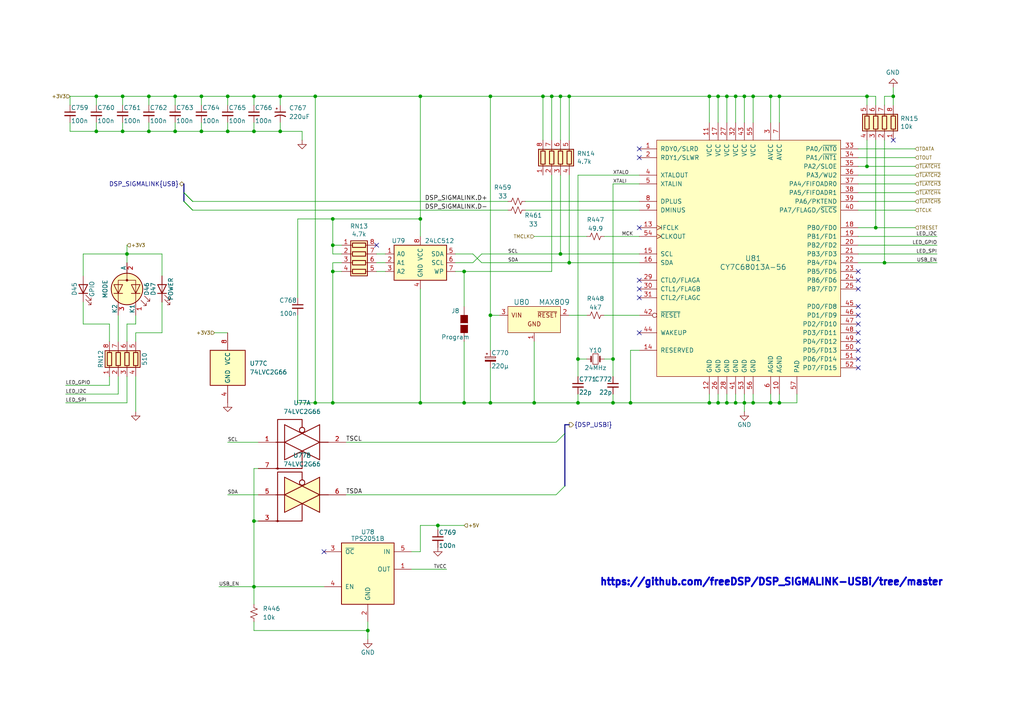
<source format=kicad_sch>
(kicad_sch (version 20250114) (generator "eeschema") (generator_version "9.0")
  (paper "A4")
  (lib_symbols
    (symbol "74xGxx:74LVC2G66"
      (property "Reference" "U" (at 5.08 10.16 0))
      (property "Value" "74LVC2G66" (at 7.62 -10.16 0))
      (symbol "74LVC2G66_1_1"
        (polyline (pts (xy -7.62 0) (xy -5.08 0)) (stroke (width 0.254)) (fill (type background)))
        (polyline (pts (xy -7.62 -7.62) (xy 0 -7.62) (xy 0 -2.54)) (stroke (width 0.254)))
        (circle (center -7.112 -7.62) (radius 0.254))
        (polyline (pts (xy -5.08 5.08) (xy -5.08 -5.08)) (stroke (width 0.254)) (fill (type background)))
        (polyline (pts (xy -5.08 -5.08) (xy 5.08 0) (xy -5.08 5.08)) (stroke (width 0.254)))
        (polyline (pts (xy 0 4.318) (xy 0 6.604) (xy -7.112 6.604) (xy -7.112 -7.62)) (stroke (width 0.254)))
        (circle (center 0 3.556) (radius 0.762) (stroke (width 0.254)))
        (polyline (pts (xy 5.08 5.08) (xy 5.08 -5.08)) (stroke (width 0.254)))
        (polyline (pts (xy 5.08 5.08) (xy -5.08 0) (xy 5.08 -5.08)) (stroke (width 0.254)))
        (polyline (pts (xy 5.08 0) (xy 7.62 0)) (stroke (width 0.254)) (fill (type background)))
        (pin input line (at -12.7 0 0) (length 5.08) (name "~") (number "1"))
        (pin input line (at -12.7 -7.62 0) (length 5.08) (name "~") (number "7"))
        (pin tri_state line (at 12.7 0 180) (length 5.08) (name "~") (number "2"))
      )
      (symbol "74LVC2G66_2_1"
        (polyline (pts (xy -7.62 0) (xy -5.08 0)) (stroke (width 0.254)) (fill (type background)))
        (polyline (pts (xy -7.62 -7.62) (xy 0 -7.62) (xy 0 -2.54)) (stroke (width 0.254)))
        (circle (center -7.112 -7.62) (radius 0.254))
        (polyline (pts (xy -5.08 5.08) (xy -5.08 -5.08)) (stroke (width 0.254)) (fill (type background)))
        (polyline (pts (xy -5.08 -5.08) (xy 5.08 0) (xy -5.08 5.08)) (stroke (width 0.254)) (fill (type background)))
        (polyline (pts (xy 0 4.318) (xy 0 6.604) (xy -7.112 6.604) (xy -7.112 -7.62)) (stroke (width 0.254)))
        (circle (center 0 3.556) (radius 0.762) (stroke (width 0.254)))
        (polyline (pts (xy 5.08 5.08) (xy 5.08 -5.08)) (stroke (width 0.254)) (fill (type background)))
        (polyline (pts (xy 5.08 5.08) (xy -5.08 0) (xy 5.08 -5.08)) (stroke (width 0.254)) (fill (type background)))
        (polyline (pts (xy 5.08 0) (xy 7.62 0)) (stroke (width 0.254)) (fill (type background)))
        (pin input line (at -12.7 0 0) (length 5.08) (name "~") (number "5"))
        (pin input line (at -12.7 -7.62 0) (length 5.08) (name "~") (number "3"))
        (pin tri_state line (at 12.7 0 180) (length 5.08) (name "~") (number "6"))
      )
      (symbol "74LVC2G66_3_1"
        (rectangle (start -5.08 5.08) (end 5.08 -5.08) (stroke (width 0.254)) (fill (type background)))
        (pin power_in line (at 0 10.16 270) (length 5.08) (name "VCC") (number "8"))
        (pin power_in line (at 0 -10.16 90) (length 5.08) (name "GND") (number "4"))
      )
    )
    (symbol "Device:CP_Small" (pin_numbers (hide yes)) (pin_names (offset 0.254) (hide yes))
      (property "Reference" "C" (at 0.254 1.778 0))
      (property "Value" "Device_CP_Small" (at 0.254 -2.032 0))
      (symbol "CP_Small_0_1"
        (rectangle (start -1.524 0.6858) (end 1.524 0.3048))
        (rectangle (start -1.524 -0.3048) (end 1.524 -0.6858) (fill (type outline)))
        (polyline (pts (xy -1.27 1.524) (xy -0.762 1.524)))
        (polyline (pts (xy -1.016 1.27) (xy -1.016 1.778)))
      )
      (symbol "CP_Small_1_1"
        (pin passive line (at 0 2.54 270) (length 1.8542) (name "~") (number "1"))
        (pin passive line (at 0 -2.54 90) (length 1.8542) (name "~") (number "2"))
      )
    )
    (symbol "Device:C_Polarized_Small_US" (pin_numbers (hide yes)) (pin_names (offset 0.254) (hide yes))
      (property "Reference" "C" (at 0.254 1.778 0))
      (property "Value" "C_Polarized_Small_US" (at 0.254 -2.032 0))
      (symbol "C_Polarized_Small_US_0_1"
        (polyline (pts (xy -1.524 0.508) (xy 1.524 0.508)) (stroke (width 0.3048)))
        (polyline (pts (xy -1.27 1.524) (xy -0.762 1.524)))
        (polyline (pts (xy -1.016 1.27) (xy -1.016 1.778)))
        (arc (start -1.524 -0.762) (mid 0 -0.3734) (end 1.524 -0.762) (stroke (width 0.3048)))
      )
      (symbol "C_Polarized_Small_US_1_1"
        (pin passive line (at 0 2.54 270) (length 2.032) (name "~") (number "1"))
        (pin passive line (at 0 -2.54 90) (length 2.032) (name "~") (number "2"))
      )
    )
    (symbol "Device:C_Small" (pin_numbers (hide yes)) (pin_names (offset 0.254) (hide yes))
      (property "Reference" "C" (at 0.254 1.778 0))
      (property "Value" "C_Small" (at 0.254 -2.032 0))
      (symbol "C_Small_0_1"
        (polyline (pts (xy -1.524 0.508) (xy 1.524 0.508)) (stroke (width 0.3048)))
        (polyline (pts (xy -1.524 -0.508) (xy 1.524 -0.508)) (stroke (width 0.3302)))
      )
      (symbol "C_Small_1_1"
        (pin passive line (at 0 2.54 270) (length 2.032) (name "~") (number "1"))
        (pin passive line (at 0 -2.54 90) (length 2.032) (name "~") (number "2"))
      )
    )
    (symbol "Device:Crystal_Small" (pin_numbers (hide yes)) (pin_names (offset 1.016) (hide yes))
      (property "Reference" "Y" (at 0 2.54 0))
      (property "Value" "Crystal_Small" (at 0 -2.54 0))
      (symbol "Crystal_Small_0_1"
        (polyline (pts (xy -1.27 -0.762) (xy -1.27 0.762)) (stroke (width 0.381)))
        (rectangle (start -0.762 -1.524) (end 0.762 1.524))
        (polyline (pts (xy 1.27 -0.762) (xy 1.27 0.762)) (stroke (width 0.381)))
      )
      (symbol "Crystal_Small_1_1"
        (pin passive line (at -2.54 0 0) (length 1.27) (name "1") (number "1"))
        (pin passive line (at 2.54 0 180) (length 1.27) (name "2") (number "2"))
      )
    )
    (symbol "Device:LED" (pin_numbers (hide yes)) (pin_names (offset 1.016) (hide yes))
      (property "Reference" "D" (at 0 2.54 0))
      (property "Value" "LED" (at 0 -2.54 0))
      (symbol "LED_0_1"
        (polyline (pts (xy -3.048 -0.762) (xy -4.572 -2.286) (xy -3.81 -2.286) (xy -4.572 -2.286) (xy -4.572 -1.524)))
        (polyline (pts (xy -1.778 -0.762) (xy -3.302 -2.286) (xy -2.54 -2.286) (xy -3.302 -2.286) (xy -3.302 -1.524)))
        (polyline (pts (xy -1.27 0) (xy 1.27 0)))
        (polyline (pts (xy -1.27 -1.27) (xy -1.27 1.27)) (stroke (width 0.254)))
        (polyline (pts (xy 1.27 -1.27) (xy 1.27 1.27) (xy -1.27 0) (xy 1.27 -1.27)) (stroke (width 0.254)))
      )
      (symbol "LED_1_1"
        (pin passive line (at -3.81 0 0) (length 2.54) (name "K") (number "1"))
        (pin passive line (at 3.81 0 180) (length 2.54) (name "A") (number "2"))
      )
    )
    (symbol "Device:LED_Dual_CAC" (pin_names (offset 0))
      (property "Reference" "D" (at 0 5.715 0))
      (property "Value" "Device_LED_Dual_CAC" (at 0 -6.35 0))
      (symbol "LED_Dual_CAC_0_1"
        (polyline (pts (xy -4.572 0) (xy -2.54 0)))
        (circle (center -2.54 0) (radius 0.2794) (fill (type outline)))
        (polyline (pts (xy -1.27 3.81) (xy -1.27 1.27) (xy 1.27 2.54) (xy -1.27 3.81)) (stroke (width 0.2032)))
        (polyline (pts (xy -1.27 -1.27) (xy -1.27 -3.81) (xy 1.27 -2.54) (xy -1.27 -1.27)) (stroke (width 0.2032)))
        (circle (center 0 0) (radius 4.572) (stroke (width 0.254)) (fill (type background)))
        (polyline (pts (xy 1.27 3.81) (xy 1.27 1.27)) (stroke (width 0.2032)))
        (polyline (pts (xy 1.27 -1.27) (xy 1.27 -3.81)) (stroke (width 0.2032)))
        (polyline (pts (xy 2.032 5.08) (xy 3.556 6.604) (xy 2.794 6.604) (xy 3.556 6.604) (xy 3.556 5.842)))
        (polyline (pts (xy 2.032 2.54) (xy -2.54 2.54) (xy -2.54 -2.54) (xy 2.032 -2.54)))
        (polyline (pts (xy 3.302 4.064) (xy 4.826 5.588) (xy 4.064 5.588) (xy 4.826 5.588) (xy 4.826 4.826)))
        (polyline (pts (xy 3.81 2.54) (xy 1.905 2.54)))
        (polyline (pts (xy 3.81 -2.54) (xy 1.905 -2.54)))
      )
      (symbol "LED_Dual_CAC_1_1"
        (pin input line (at -7.62 0 0) (length 3.048) (name "A") (number "2"))
        (pin input line (at 7.62 2.54 180) (length 3.81) (name "K1") (number "1"))
        (pin input line (at 7.62 -2.54 180) (length 3.81) (name "K2") (number "3"))
      )
    )
    (symbol "Device:R_Pack04" (pin_names (offset 0) (hide yes))
      (property "Reference" "RN" (at -7.62 0 90))
      (property "Value" "R_Pack04" (at 5.08 0 90))
      (symbol "R_Pack04_0_1"
        (rectangle (start -6.35 -2.413) (end 3.81 2.413) (stroke (width 0.254)) (fill (type background)))
        (rectangle (start -5.715 1.905) (end -4.445 -1.905) (stroke (width 0.254)))
        (polyline (pts (xy -5.08 1.905) (xy -5.08 2.54)))
        (polyline (pts (xy -5.08 -2.54) (xy -5.08 -1.905)))
        (rectangle (start -3.175 1.905) (end -1.905 -1.905) (stroke (width 0.254)))
        (polyline (pts (xy -2.54 1.905) (xy -2.54 2.54)))
        (polyline (pts (xy -2.54 -2.54) (xy -2.54 -1.905)))
        (rectangle (start -0.635 1.905) (end 0.635 -1.905) (stroke (width 0.254)))
        (polyline (pts (xy 0 1.905) (xy 0 2.54)))
        (polyline (pts (xy 0 -2.54) (xy 0 -1.905)))
        (rectangle (start 1.905 1.905) (end 3.175 -1.905) (stroke (width 0.254)))
        (polyline (pts (xy 2.54 1.905) (xy 2.54 2.54)))
        (polyline (pts (xy 2.54 -2.54) (xy 2.54 -1.905)))
      )
      (symbol "R_Pack04_1_1"
        (pin passive line (at -5.08 5.08 270) (length 2.54) (name "R1.2") (number "8"))
        (pin passive line (at -5.08 -5.08 90) (length 2.54) (name "R1.1") (number "1"))
        (pin passive line (at -2.54 5.08 270) (length 2.54) (name "R2.2") (number "7"))
        (pin passive line (at -2.54 -5.08 90) (length 2.54) (name "R2.1") (number "2"))
        (pin passive line (at 0 5.08 270) (length 2.54) (name "R3.2") (number "6"))
        (pin passive line (at 0 -5.08 90) (length 2.54) (name "R3.1") (number "3"))
        (pin passive line (at 2.54 5.08 270) (length 2.54) (name "R4.2") (number "5"))
        (pin passive line (at 2.54 -5.08 90) (length 2.54) (name "R4.1") (number "4"))
      )
    )
    (symbol "Device:R_Small_US" (pin_numbers (hide yes)) (pin_names (offset 0.254) (hide yes))
      (property "Reference" "R" (at 0.762 0.508 0))
      (property "Value" "R_Small_US" (at 0.762 -1.016 0))
      (symbol "R_Small_US_1_1"
        (polyline (pts (xy 0 1.524) (xy 1.016 1.143) (xy 0 0.762) (xy -1.016 0.381) (xy 0 0)))
        (polyline (pts (xy 0 0) (xy 1.016 -0.381) (xy 0 -0.762) (xy -1.016 -1.143) (xy 0 -1.524)))
        (pin passive line (at 0 2.54 270) (length 1.016) (name "~") (number "1"))
        (pin passive line (at 0 -2.54 90) (length 1.016) (name "~") (number "2"))
      )
    )
    (symbol "SigmaLink-USBi-rescue:24LC512" (pin_names (offset 0.762))
      (property "Reference" "U" (at -6.35 6.35 0))
      (property "Value" "24LC512" (at 1.27 6.35 0))
      (symbol "24LC512_0_0"
        (pin power_in line (at 0 7.62 270) (length 2.54) (name "VCC") (number "8"))
        (pin power_in line (at 0 -7.62 90) (length 2.54) (name "GND") (number "4"))
      )
      (symbol "24LC512_1_1"
        (rectangle (start -7.62 5.08) (end 7.62 -5.08) (stroke (width 0.254)) (fill (type background)))
        (pin input line (at -10.16 2.54 0) (length 2.54) (name "A0") (number "1"))
        (pin input line (at -10.16 0 0) (length 2.54) (name "A1") (number "2"))
        (pin input line (at -10.16 -2.54 0) (length 2.54) (name "A2") (number "3"))
        (pin bidirectional line (at 10.16 2.54 180) (length 2.54) (name "SDA") (number "5"))
        (pin input line (at 10.16 0 180) (length 2.54) (name "SCL") (number "6"))
        (pin input line (at 10.16 -2.54 180) (length 2.54) (name "WP") (number "7"))
      )
    )
    (symbol "SigmaLink-USBi-rescue:GS2" (pin_numbers (hide yes)) (pin_names (offset 1.016) (hide yes))
      (property "Reference" "J" (at 2.54 3.81 0))
      (property "Value" "GS2" (at 2.54 -3.7846 0))
      (symbol "GS2_0_1"
        (polyline (pts (xy -1.016 0.254) (xy -1.016 2.54) (xy 1.016 2.54) (xy 1.016 0.254)) (fill (type outline)))
        (polyline (pts (xy -1.016 -0.254) (xy -1.016 -2.54) (xy 1.016 -2.54) (xy 1.016 -0.254)) (fill (type outline)))
      )
      (symbol "GS2_1_1"
        (pin passive line (at 0 5.08 270) (length 2.54) (name "G1") (number "1"))
        (pin passive line (at 0 -5.08 90) (length 2.54) (name "G2") (number "2"))
      )
    )
    (symbol "SigmaLink-USBi-rescue:TPS2051B" (pin_names (offset 1.016))
      (property "Reference" "U" (at 0 10.795 0))
      (property "Value" "TPS2051B" (at 0 8.89 0))
      (symbol "TPS2051B_0_1"
        (rectangle (start -7.62 7.62) (end 7.62 -10.16) (stroke (width 0.254)) (fill (type background)))
      )
      (symbol "TPS2051B_1_1"
        (pin open_collector line (at -12.7 5.08 0) (length 5.08) (name "~{OC}") (number "3"))
        (pin input line (at -12.7 -5.08 0) (length 5.08) (name "EN") (number "4"))
        (pin power_in line (at 0 -15.24 90) (length 5.08) (name "GND") (number "2"))
        (pin power_in line (at 12.7 5.08 180) (length 5.08) (name "IN") (number "5"))
        (pin power_out line (at 12.7 0 180) (length 5.08) (name "OUT") (number "1"))
      )
    )
    (symbol "cy7c68013:CY7C68013A-56" (pin_names (offset 1.016))
      (property "Reference" "U" (at 0 1.27 0))
      (property "Value" "CY7C68013A-56" (at 0 -1.27 0))
      (symbol "CY7C68013A-56_0_1"
        (rectangle (start -27.94 35.56) (end 25.4 -33.02) (fill (type background)))
      )
      (symbol "CY7C68013A-56_1_1"
        (pin input line (at -33.02 33.02 0) (length 5.08) (name "RDY0/SLRD") (number "1"))
        (pin input line (at -33.02 30.48 0) (length 5.08) (name "RDY1/SLWR") (number "2"))
        (pin output line (at -33.02 25.4 0) (length 5.08) (name "XTALOUT") (number "4"))
        (pin input line (at -33.02 22.86 0) (length 5.08) (name "XTALIN") (number "5"))
        (pin bidirectional line (at -33.02 17.78 0) (length 5.08) (name "DPLUS") (number "8"))
        (pin bidirectional line (at -33.02 15.24 0) (length 5.08) (name "DMINUS") (number "9"))
        (pin bidirectional clock (at -33.02 10.16 0) (length 5.08) (name "IFCLK") (number "13"))
        (pin output clock (at -33.02 7.62 0) (length 5.08) (name "CLKOUT") (number "54"))
        (pin output line (at -33.02 2.54 0) (length 5.08) (name "SCL") (number "15"))
        (pin bidirectional line (at -33.02 0 0) (length 5.08) (name "SDA") (number "16"))
        (pin output line (at -33.02 -5.08 0) (length 5.08) (name "CTL0/FLAGA") (number "29"))
        (pin output line (at -33.02 -7.62 0) (length 5.08) (name "CTL1/FLAGB") (number "30"))
        (pin output line (at -33.02 -10.16 0) (length 5.08) (name "CTL2/FLAGC") (number "31"))
        (pin input inverted (at -33.02 -15.24 0) (length 5.08) (name "~{RESET}") (number "42"))
        (pin input line (at -33.02 -20.32 0) (length 5.08) (name "WAKEUP") (number "44"))
        (pin input line (at -33.02 -25.4 0) (length 5.08) (name "RESERVED") (number "14"))
        (pin power_in line (at -12.7 40.64 270) (length 5.08) (name "VCC") (number "11"))
        (pin power_in line (at -12.7 -38.1 90) (length 5.08) (name "GND") (number "12"))
        (pin power_in line (at -10.16 40.64 270) (length 5.08) (name "VCC") (number "17"))
        (pin power_in line (at -10.16 -38.1 90) (length 5.08) (name "GND") (number "26"))
        (pin power_in line (at -7.62 40.64 270) (length 5.08) (name "VCC") (number "27"))
        (pin power_in line (at -7.62 -38.1 90) (length 5.08) (name "GND") (number "28"))
        (pin power_in line (at -5.08 40.64 270) (length 5.08) (name "VCC") (number "32"))
        (pin power_in line (at -5.08 -38.1 90) (length 5.08) (name "GND") (number "41"))
        (pin power_in line (at -2.54 40.64 270) (length 5.08) (name "VCC") (number "43"))
        (pin power_in line (at -2.54 -38.1 90) (length 5.08) (name "GND") (number "53"))
        (pin power_in line (at 0 40.64 270) (length 5.08) (name "VCC") (number "55"))
        (pin power_in line (at 0 -38.1 90) (length 5.08) (name "GND") (number "56"))
        (pin power_in line (at 5.08 40.64 270) (length 5.08) (name "AVCC") (number "3"))
        (pin power_in line (at 5.08 -38.1 90) (length 5.08) (name "AGND") (number "6"))
        (pin power_in line (at 7.62 40.64 270) (length 5.08) (name "AVCC") (number "7"))
        (pin power_in line (at 7.62 -38.1 90) (length 5.08) (name "AGND") (number "10"))
        (pin passive line (at 12.7 -38.1 90) (length 5.08) (name "PAD") (number "57"))
        (pin bidirectional line (at 30.48 33.02 180) (length 5.08) (name "PA0/~{INT0}") (number "33"))
        (pin bidirectional line (at 30.48 30.48 180) (length 5.08) (name "PA1/~{INT1}") (number "34"))
        (pin bidirectional line (at 30.48 27.94 180) (length 5.08) (name "PA2/SLOE") (number "35"))
        (pin bidirectional line (at 30.48 25.4 180) (length 5.08) (name "PA3/WU2") (number "36"))
        (pin bidirectional line (at 30.48 22.86 180) (length 5.08) (name "PA4/FIFOADR0") (number "37"))
        (pin bidirectional line (at 30.48 20.32 180) (length 5.08) (name "PA5/FIFOADR1") (number "38"))
        (pin bidirectional line (at 30.48 17.78 180) (length 5.08) (name "PA6/PKTEND") (number "39"))
        (pin bidirectional line (at 30.48 15.24 180) (length 5.08) (name "PA7/FLAGD/~{SLCS}") (number "40"))
        (pin bidirectional line (at 30.48 10.16 180) (length 5.08) (name "PB0/FD0") (number "18"))
        (pin bidirectional line (at 30.48 7.62 180) (length 5.08) (name "PB1/FD1") (number "19"))
        (pin bidirectional line (at 30.48 5.08 180) (length 5.08) (name "PB2/FD2") (number "20"))
        (pin bidirectional line (at 30.48 2.54 180) (length 5.08) (name "PB3/FD3") (number "21"))
        (pin bidirectional line (at 30.48 0 180) (length 5.08) (name "PB4/FD4") (number "22"))
        (pin bidirectional line (at 30.48 -2.54 180) (length 5.08) (name "PB5/FD5") (number "23"))
        (pin bidirectional line (at 30.48 -5.08 180) (length 5.08) (name "PB6/FD6") (number "24"))
        (pin bidirectional line (at 30.48 -7.62 180) (length 5.08) (name "PB7/FD7") (number "25"))
        (pin bidirectional line (at 30.48 -12.7 180) (length 5.08) (name "PD0/FD8") (number "45"))
        (pin bidirectional line (at 30.48 -15.24 180) (length 5.08) (name "PD1/FD9") (number "46"))
        (pin bidirectional line (at 30.48 -17.78 180) (length 5.08) (name "PD2/FD10") (number "47"))
        (pin bidirectional line (at 30.48 -20.32 180) (length 5.08) (name "PD3/FD11") (number "48"))
        (pin bidirectional line (at 30.48 -22.86 180) (length 5.08) (name "PD4/FD12") (number "49"))
        (pin bidirectional line (at 30.48 -25.4 180) (length 5.08) (name "PD5/FD13") (number "50"))
        (pin bidirectional line (at 30.48 -27.94 180) (length 5.08) (name "PD6/FD14") (number "51"))
        (pin bidirectional line (at 30.48 -30.48 180) (length 5.08) (name "PD7/FD15") (number "52"))
      )
    )
    (symbol "power:GND" (power) (pin_numbers (hide yes)) (pin_names (offset 0) (hide yes))
      (property "Value" "GND" (at 0 -3.81 0))
      (symbol "GND_0_1"
        (polyline (pts (xy 0 0) (xy 0 -1.27) (xy 1.27 -1.27) (xy 0 -2.54) (xy -1.27 -1.27) (xy 0 -1.27)))
      )
      (symbol "GND_1_1"
        (pin power_in line (at 0 0 270) (length 0) (name "~") (number "1"))
      )
    )
    (symbol "usb-mux:MAX809" (pin_names (offset 1.016) (hide yes))
      (property "Reference" "U" (at -1.27 3.81 0))
      (property "Value" "usb-mux_MAX809" (at 1.27 3.81 0))
      (symbol "MAX809_0_0"
        (rectangle (start -7.62 2.54) (end 7.62 -5.08) (fill (type background)))
        (text "VIN" (at -5.08 0 0) (effects (font (size 1.27 1.27))))
        (text "GND" (at 0 -2.54 0) (effects (font (size 1.27 1.27))))
        (text "~{RESET}" (at 3.81 0 0) (effects (font (size 1.27 1.27))))
      )
      (symbol "MAX809_1_1"
        (pin power_in line (at -10.16 0 0) (length 2.54) (name "VIN") (number "3"))
        (pin power_in line (at 0 -7.62 90) (length 2.54) (name "GND") (number "1"))
        (pin power_in line (at 10.16 0 180) (length 2.54) (name "~{RESET}") (number "2"))
      )
    )
  )
  (text "https://github.com/freeDSP/DSP_SIGMALINK-USBi/tree/master" (at 223.774 168.91 0) (effects (font (size 2.032 2.032) (thickness 0.508) (bold yes))))
  (junction (at 50.8 27.94))
  (junction (at 27.94 38.1))
  (junction (at 58.42 38.1))
  (junction (at 73.66 170.18))
  (junction (at 226.06 116.84))
  (junction (at 50.8 38.1))
  (junction (at 165.1 27.94))
  (junction (at 96.52 78.74))
  (junction (at 208.28 116.84))
  (junction (at 73.66 38.1))
  (junction (at 66.04 27.94))
  (junction (at 223.52 116.84))
  (junction (at 256.54 76.2))
  (junction (at 226.06 27.94))
  (junction (at 251.46 48.26))
  (junction (at 91.44 27.94))
  (junction (at 177.8 116.84))
  (junction (at 43.18 27.94))
  (junction (at 134.62 78.74))
  (junction (at 205.74 116.84))
  (junction (at 213.36 27.94))
  (junction (at 162.56 27.94))
  (junction (at 251.46 27.94))
  (junction (at 259.08 27.94))
  (junction (at 121.92 116.84))
  (junction (at 43.18 38.1))
  (junction (at 208.28 27.94))
  (junction (at 91.44 116.84))
  (junction (at 73.66 27.94))
  (junction (at 205.74 27.94))
  (junction (at 58.42 27.94))
  (junction (at 142.24 27.94))
  (junction (at 96.52 71.12))
  (junction (at 182.88 116.84))
  (junction (at 165.1 76.2))
  (junction (at 210.82 27.94))
  (junction (at 177.8 104.14))
  (junction (at 210.82 116.84))
  (junction (at 73.66 151.13))
  (junction (at 35.56 38.1))
  (junction (at 254 66.04))
  (junction (at 35.56 27.94))
  (junction (at 157.48 27.94))
  (junction (at 218.44 116.84))
  (junction (at 66.04 38.1))
  (junction (at 134.62 116.84))
  (junction (at 215.9 27.94))
  (junction (at 218.44 27.94))
  (junction (at 121.92 63.5))
  (junction (at 96.52 63.5))
  (junction (at 81.28 38.1))
  (junction (at 27.94 27.94))
  (junction (at 223.52 27.94))
  (junction (at 81.28 27.94))
  (junction (at 167.64 116.84))
  (junction (at 142.24 91.44))
  (junction (at 127 152.4))
  (junction (at 154.94 116.84))
  (junction (at 142.24 116.84))
  (junction (at 167.64 104.14))
  (junction (at 162.56 73.66))
  (junction (at 106.68 182.88))
  (junction (at 215.9 116.84))
  (junction (at 121.92 27.94))
  (junction (at 36.83 73.66))
  (junction (at 96.52 116.84))
  (junction (at 213.36 116.84))
  (junction (at 160.02 27.94))
  (no_connect (at 185.42 86.36))
  (no_connect (at 248.92 78.74))
  (no_connect (at 185.42 83.82))
  (no_connect (at 248.92 101.6))
  (no_connect (at 248.92 81.28))
  (no_connect (at 185.42 81.28))
  (no_connect (at 185.42 96.52))
  (no_connect (at 185.42 45.72))
  (no_connect (at 248.92 91.44))
  (no_connect (at 248.92 104.14))
  (no_connect (at 248.92 88.9))
  (no_connect (at 109.22 71.12))
  (no_connect (at 248.92 93.98))
  (no_connect (at 259.08 40.64))
  (no_connect (at 248.92 96.52))
  (no_connect (at 248.92 99.06))
  (no_connect (at 185.42 66.04))
  (no_connect (at 93.98 160.02))
  (no_connect (at 248.92 83.82))
  (no_connect (at 185.42 43.18))
  (no_connect (at 248.92 106.68))
  (bus_entry (at 53.34 55.88) (size 2.54 2.54))
  (bus_entry (at 163.83 140.97) (size -2.54 2.54))
  (bus_entry (at 53.34 55.88) (size 2.54 2.54))
  (bus_entry (at 53.34 58.42) (size 2.54 2.54))
  (bus_entry (at 53.34 58.42) (size 2.54 2.54))
  (bus_entry (at 53.34 58.42) (size 2.54 2.54))
  (bus_entry (at 53.34 55.88) (size 2.54 2.54))
  (bus_entry (at 163.83 125.73) (size -2.54 2.54))
  (wire (pts (xy 226.06 27.94) (xy 251.46 27.94)))
  (wire (pts (xy 215.9 116.84) (xy 215.9 119.38)))
  (wire (pts (xy 66.04 35.56) (xy 66.04 38.1)))
  (wire (pts (xy 142.24 27.94) (xy 157.48 27.94)))
  (wire (pts (xy 142.24 116.84) (xy 142.24 106.68)))
  (wire (pts (xy 256.54 27.94) (xy 259.08 27.94)))
  (wire (pts (xy 154.94 68.58) (xy 170.18 68.58)))
  (wire (pts (xy 182.88 101.6) (xy 185.42 101.6)))
  (wire (pts (xy 34.29 99.06) (xy 34.29 91.44)))
  (bus (pts (xy 163.83 123.19) (xy 163.83 125.73)))
  (wire (pts (xy 127 152.4) (xy 134.62 152.4)))
  (wire (pts (xy 256.54 40.64) (xy 256.54 76.2)))
  (wire (pts (xy 132.08 78.74) (xy 134.62 78.74)))
  (wire (pts (xy 175.26 68.58) (xy 185.42 68.58)))
  (wire (pts (xy 167.64 50.8) (xy 167.64 104.14)))
  (wire (pts (xy 210.82 27.94) (xy 210.82 35.56)))
  (wire (pts (xy 134.62 78.74) (xy 160.02 78.74)))
  (wire (pts (xy 175.26 91.44) (xy 185.42 91.44)))
  (wire (pts (xy 73.66 38.1) (xy 81.28 38.1)))
  (wire (pts (xy 55.88 60.96) (xy 147.32 60.96)))
  (wire (pts (xy 39.37 93.98) (xy 39.37 91.44)))
  (wire (pts (xy 165.1 27.94) (xy 205.74 27.94)))
  (wire (pts (xy 121.92 152.4) (xy 127 152.4)))
  (wire (pts (xy 106.68 180.34) (xy 106.68 182.88)))
  (wire (pts (xy 210.82 114.3) (xy 210.82 116.84)))
  (wire (pts (xy 109.22 78.74) (xy 111.76 78.74)))
  (wire (pts (xy 43.18 27.94) (xy 50.8 27.94)))
  (wire (pts (xy 73.66 135.89) (xy 73.66 151.13)))
  (wire (pts (xy 177.8 116.84) (xy 182.88 116.84)))
  (wire (pts (xy 127 152.4) (xy 127 153.67)))
  (wire (pts (xy 265.43 50.8) (xy 248.92 50.8)))
  (wire (pts (xy 24.13 93.98) (xy 24.13 87.63)))
  (wire (pts (xy 182.88 116.84) (xy 205.74 116.84)))
  (wire (pts (xy 215.9 27.94) (xy 215.9 35.56)))
  (wire (pts (xy 66.04 143.51) (xy 74.93 143.51)))
  (wire (pts (xy 215.9 27.94) (xy 218.44 27.94)))
  (wire (pts (xy 167.64 116.84) (xy 167.64 114.3)))
  (wire (pts (xy 35.56 27.94) (xy 27.94 27.94)))
  (wire (pts (xy 132.08 73.66) (xy 137.16 73.66)))
  (wire (pts (xy 96.52 78.74) (xy 96.52 116.84)))
  (wire (pts (xy 160.02 27.94) (xy 162.56 27.94)))
  (wire (pts (xy 99.06 71.12) (xy 96.52 71.12)))
  (wire (pts (xy 36.83 73.66) (xy 46.99 73.66)))
  (wire (pts (xy 154.94 99.06) (xy 154.94 116.84)))
  (wire (pts (xy 144.78 91.44) (xy 142.24 91.44)))
  (bus (pts (xy 53.34 55.88) (xy 53.34 58.42)))
  (wire (pts (xy 213.36 114.3) (xy 213.36 116.84)))
  (wire (pts (xy 160.02 27.94) (xy 160.02 40.64)))
  (wire (pts (xy 31.75 93.98) (xy 24.13 93.98)))
  (wire (pts (xy 251.46 30.48) (xy 251.46 27.94)))
  (wire (pts (xy 185.42 53.34) (xy 177.8 53.34)))
  (wire (pts (xy 87.63 38.1) (xy 87.63 40.64)))
  (wire (pts (xy 254 30.48) (xy 254 27.94)))
  (wire (pts (xy 208.28 114.3) (xy 208.28 116.84)))
  (wire (pts (xy 27.94 38.1) (xy 20.32 38.1)))
  (wire (pts (xy 35.56 27.94) (xy 43.18 27.94)))
  (wire (pts (xy 91.44 27.94) (xy 91.44 116.84)))
  (wire (pts (xy 208.28 27.94) (xy 208.28 35.56)))
  (wire (pts (xy 256.54 30.48) (xy 256.54 27.94)))
  (wire (pts (xy 248.92 43.18) (xy 265.43 43.18)))
  (wire (pts (xy 265.43 55.88) (xy 248.92 55.88)))
  (wire (pts (xy 62.23 96.52) (xy 66.04 96.52)))
  (wire (pts (xy 134.62 116.84) (xy 142.24 116.84)))
  (wire (pts (xy 121.92 116.84) (xy 121.92 83.82)))
  (wire (pts (xy 91.44 116.84) (xy 96.52 116.84)))
  (wire (pts (xy 86.36 63.5) (xy 86.36 86.36)))
  (wire (pts (xy 55.88 58.42) (xy 147.32 58.42)))
  (wire (pts (xy 46.99 96.52) (xy 46.99 87.63)))
  (wire (pts (xy 106.68 182.88) (xy 106.68 185.42)))
  (wire (pts (xy 50.8 38.1) (xy 58.42 38.1)))
  (wire (pts (xy 66.04 27.94) (xy 73.66 27.94)))
  (wire (pts (xy 175.26 104.14) (xy 177.8 104.14)))
  (wire (pts (xy 223.52 27.94) (xy 226.06 27.94)))
  (wire (pts (xy 20.32 38.1) (xy 20.32 35.56)))
  (wire (pts (xy 121.92 152.4) (xy 121.92 160.02)))
  (wire (pts (xy 162.56 27.94) (xy 165.1 27.94)))
  (wire (pts (xy 73.66 170.18) (xy 73.66 175.26)))
  (wire (pts (xy 259.08 25.4) (xy 259.08 27.94)))
  (wire (pts (xy 39.37 96.52) (xy 46.99 96.52)))
  (wire (pts (xy 35.56 35.56) (xy 35.56 38.1)))
  (wire (pts (xy 35.56 38.1) (xy 43.18 38.1)))
  (wire (pts (xy 134.62 78.74) (xy 134.62 88.9)))
  (wire (pts (xy 73.66 182.88) (xy 106.68 182.88)))
  (wire (pts (xy 19.05 116.84) (xy 36.83 116.84)))
  (wire (pts (xy 205.74 116.84) (xy 205.74 114.3)))
  (wire (pts (xy 177.8 104.14) (xy 177.8 109.22)))
  (wire (pts (xy 31.75 111.76) (xy 31.75 109.22)))
  (wire (pts (xy 73.66 151.13) (xy 73.66 170.18)))
  (wire (pts (xy 36.83 73.66) (xy 36.83 76.2)))
  (wire (pts (xy 170.18 104.14) (xy 167.64 104.14)))
  (wire (pts (xy 132.08 76.2) (xy 137.16 76.2)))
  (wire (pts (xy 208.28 116.84) (xy 210.82 116.84)))
  (wire (pts (xy 36.83 99.06) (xy 36.83 93.98)))
  (wire (pts (xy 35.56 38.1) (xy 27.94 38.1)))
  (wire (pts (xy 162.56 50.8) (xy 162.56 73.66)))
  (wire (pts (xy 208.28 27.94) (xy 210.82 27.94)))
  (wire (pts (xy 50.8 27.94) (xy 58.42 27.94)))
  (wire (pts (xy 215.9 114.3) (xy 215.9 116.84)))
  (wire (pts (xy 177.8 53.34) (xy 177.8 104.14)))
  (wire (pts (xy 73.66 27.94) (xy 73.66 30.48)))
  (wire (pts (xy 251.46 27.94) (xy 254 27.94)))
  (wire (pts (xy 218.44 114.3) (xy 218.44 116.84)))
  (wire (pts (xy 27.94 30.48) (xy 27.94 27.94)))
  (wire (pts (xy 182.88 116.84) (xy 182.88 101.6)))
  (bus (pts (xy 163.83 123.19) (xy 165.1 123.19)))
  (wire (pts (xy 121.92 27.94) (xy 142.24 27.94)))
  (wire (pts (xy 121.92 27.94) (xy 121.92 63.5)))
  (wire (pts (xy 218.44 27.94) (xy 223.52 27.94)))
  (bus (pts (xy 163.83 125.73) (xy 163.83 140.97)))
  (wire (pts (xy 81.28 38.1) (xy 87.63 38.1)))
  (wire (pts (xy 142.24 91.44) (xy 142.24 101.6)))
  (wire (pts (xy 213.36 116.84) (xy 215.9 116.84)))
  (wire (pts (xy 73.66 180.34) (xy 73.66 182.88)))
  (wire (pts (xy 157.48 27.94) (xy 160.02 27.94)))
  (wire (pts (xy 19.05 111.76) (xy 31.75 111.76)))
  (wire (pts (xy 19.05 114.3) (xy 34.29 114.3)))
  (wire (pts (xy 43.18 35.56) (xy 43.18 38.1)))
  (wire (pts (xy 63.5 170.18) (xy 73.66 170.18)))
  (wire (pts (xy 119.38 160.02) (xy 121.92 160.02)))
  (wire (pts (xy 81.28 27.94) (xy 91.44 27.94)))
  (wire (pts (xy 167.64 104.14) (xy 167.64 109.22)))
  (wire (pts (xy 100.33 128.27) (xy 161.29 128.27)))
  (wire (pts (xy 100.33 143.51) (xy 161.29 143.51)))
  (wire (pts (xy 81.28 35.56) (xy 81.28 38.1)))
  (wire (pts (xy 121.92 116.84) (xy 134.62 116.84)))
  (wire (pts (xy 86.36 91.44) (xy 86.36 116.84)))
  (wire (pts (xy 121.92 63.5) (xy 96.52 63.5)))
  (wire (pts (xy 121.92 63.5) (xy 121.92 68.58)))
  (wire (pts (xy 109.22 76.2) (xy 111.76 76.2)))
  (wire (pts (xy 165.1 91.44) (xy 170.18 91.44)))
  (wire (pts (xy 96.52 116.84) (xy 121.92 116.84)))
  (wire (pts (xy 91.44 27.94) (xy 121.92 27.94)))
  (wire (pts (xy 39.37 119.38) (xy 39.37 109.22)))
  (wire (pts (xy 36.83 116.84) (xy 36.83 109.22)))
  (wire (pts (xy 81.28 27.94) (xy 81.28 30.48)))
  (wire (pts (xy 154.94 116.84) (xy 167.64 116.84)))
  (wire (pts (xy 157.48 27.94) (xy 157.48 40.64)))
  (wire (pts (xy 231.14 116.84) (xy 231.14 114.3)))
  (wire (pts (xy 152.4 60.96) (xy 185.42 60.96)))
  (wire (pts (xy 223.52 116.84) (xy 226.06 116.84)))
  (wire (pts (xy 99.06 78.74) (xy 96.52 78.74)))
  (wire (pts (xy 139.7 76.2) (xy 165.1 76.2)))
  (wire (pts (xy 165.1 27.94) (xy 165.1 40.64)))
  (wire (pts (xy 109.22 73.66) (xy 111.76 73.66)))
  (wire (pts (xy 73.66 27.94) (xy 81.28 27.94)))
  (wire (pts (xy 27.94 38.1) (xy 27.94 35.56)))
  (wire (pts (xy 58.42 27.94) (xy 66.04 27.94)))
  (wire (pts (xy 73.66 151.13) (xy 74.93 151.13)))
  (wire (pts (xy 160.02 78.74) (xy 160.02 50.8)))
  (wire (pts (xy 66.04 38.1) (xy 73.66 38.1)))
  (wire (pts (xy 248.92 76.2) (xy 256.54 76.2)))
  (wire (pts (xy 162.56 73.66) (xy 185.42 73.66)))
  (wire (pts (xy 248.92 68.58) (xy 271.78 68.58)))
  (wire (pts (xy 34.29 114.3) (xy 34.29 109.22)))
  (wire (pts (xy 223.52 27.94) (xy 223.52 35.56)))
  (wire (pts (xy 96.52 63.5) (xy 96.52 71.12)))
  (wire (pts (xy 259.08 30.48) (xy 259.08 27.94)))
  (wire (pts (xy 58.42 30.48) (xy 58.42 27.94)))
  (wire (pts (xy 248.92 48.26) (xy 251.46 48.26)))
  (wire (pts (xy 223.52 114.3) (xy 223.52 116.84)))
  (wire (pts (xy 265.43 45.72) (xy 248.92 45.72)))
  (wire (pts (xy 96.52 71.12) (xy 96.52 73.66)))
  (wire (pts (xy 218.44 116.84) (xy 223.52 116.84)))
  (wire (pts (xy 96.52 73.66) (xy 99.06 73.66)))
  (wire (pts (xy 50.8 35.56) (xy 50.8 38.1)))
  (wire (pts (xy 66.04 30.48) (xy 66.04 27.94)))
  (wire (pts (xy 43.18 30.48) (xy 43.18 27.94)))
  (wire (pts (xy 165.1 76.2) (xy 185.42 76.2)))
  (wire (pts (xy 39.37 99.06) (xy 39.37 96.52)))
  (wire (pts (xy 256.54 76.2) (xy 271.78 76.2)))
  (wire (pts (xy 24.13 73.66) (xy 24.13 80.01)))
  (wire (pts (xy 24.13 73.66) (xy 36.83 73.66)))
  (wire (pts (xy 248.92 58.42) (xy 265.43 58.42)))
  (wire (pts (xy 213.36 27.94) (xy 215.9 27.94)))
  (wire (pts (xy 248.92 73.66) (xy 271.78 73.66)))
  (wire (pts (xy 152.4 58.42) (xy 185.42 58.42)))
  (wire (pts (xy 73.66 135.89) (xy 74.93 135.89)))
  (wire (pts (xy 205.74 27.94) (xy 208.28 27.94)))
  (wire (pts (xy 20.32 27.94) (xy 20.32 30.48)))
  (wire (pts (xy 43.18 38.1) (xy 50.8 38.1)))
  (wire (pts (xy 213.36 27.94) (xy 213.36 35.56)))
  (wire (pts (xy 96.52 63.5) (xy 86.36 63.5)))
  (wire (pts (xy 35.56 30.48) (xy 35.56 27.94)))
  (wire (pts (xy 254 40.64) (xy 254 66.04)))
  (wire (pts (xy 248.92 53.34) (xy 265.43 53.34)))
  (wire (pts (xy 99.06 76.2) (xy 96.52 76.2)))
  (wire (pts (xy 251.46 40.64) (xy 251.46 48.26)))
  (wire (pts (xy 210.82 116.84) (xy 213.36 116.84)))
  (wire (pts (xy 134.62 99.06) (xy 134.62 116.84)))
  (wire (pts (xy 66.04 128.27) (xy 74.93 128.27)))
  (wire (pts (xy 129.54 165.1) (xy 119.38 165.1)))
  (wire (pts (xy 139.7 73.66) (xy 162.56 73.66)))
  (wire (pts (xy 215.9 116.84) (xy 218.44 116.84)))
  (wire (pts (xy 27.94 27.94) (xy 20.32 27.94)))
  (wire (pts (xy 162.56 27.94) (xy 162.56 40.64)))
  (wire (pts (xy 73.66 170.18) (xy 93.98 170.18)))
  (wire (pts (xy 46.99 73.66) (xy 46.99 80.01)))
  (wire (pts (xy 205.74 27.94) (xy 205.74 35.56)))
  (wire (pts (xy 218.44 27.94) (xy 218.44 35.56)))
  (wire (pts (xy 36.83 93.98) (xy 39.37 93.98)))
  (wire (pts (xy 31.75 99.06) (xy 31.75 93.98)))
  (wire (pts (xy 205.74 116.84) (xy 208.28 116.84)))
  (wire (pts (xy 86.36 116.84) (xy 91.44 116.84)))
  (wire (pts (xy 142.24 27.94) (xy 142.24 91.44)))
  (wire (pts (xy 36.83 71.12) (xy 36.83 73.66)))
  (wire (pts (xy 167.64 116.84) (xy 177.8 116.84)))
  (wire (pts (xy 58.42 35.56) (xy 58.42 38.1)))
  (wire (pts (xy 137.16 73.66) (xy 139.7 76.2)))
  (wire (pts (xy 251.46 48.26) (xy 265.43 48.26)))
  (wire (pts (xy 177.8 114.3) (xy 177.8 116.84)))
  (wire (pts (xy 226.06 114.3) (xy 226.06 116.84)))
  (wire (pts (xy 73.66 35.56) (xy 73.66 38.1)))
  (wire (pts (xy 265.43 60.96) (xy 248.92 60.96)))
  (wire (pts (xy 50.8 30.48) (xy 50.8 27.94)))
  (wire (pts (xy 226.06 27.94) (xy 226.06 35.56)))
  (wire (pts (xy 248.92 66.04) (xy 254 66.04)))
  (wire (pts (xy 58.42 38.1) (xy 66.04 38.1)))
  (bus (pts (xy 53.34 53.34) (xy 53.34 55.88)))
  (wire (pts (xy 185.42 50.8) (xy 167.64 50.8)))
  (wire (pts (xy 254 66.04) (xy 265.43 66.04)))
  (wire (pts (xy 210.82 27.94) (xy 213.36 27.94)))
  (wire (pts (xy 137.16 76.2) (xy 139.7 73.66)))
  (wire (pts (xy 142.24 116.84) (xy 154.94 116.84)))
  (wire (pts (xy 226.06 116.84) (xy 231.14 116.84)))
  (wire (pts (xy 96.52 76.2) (xy 96.52 78.74)))
  (wire (pts (xy 165.1 50.8) (xy 165.1 76.2)))
  (wire (pts (xy 248.92 71.12) (xy 271.78 71.12)))
  (label "DSP_SIGMALINK.D+" (at 123.19 58.42 0))
  (label "SCL" (at 66.04 128.27 0) (effects (font (size 1 1) (thickness 0.125))))
  (label "LED_I2C" (at 271.78 68.58 180) (effects (font (size 1 1) (thickness 0.125))))
  (label "TVCC" (at 129.54 165.1 180) (effects (font (size 1 1) (thickness 0.125))))
  (label "TSDA" (at 100.33 143.51 0))
  (label "SDA" (at 147.32 76.2 0) (effects (font (size 1 1) (thickness 0.125))))
  (label "USB_EN" (at 271.78 76.2 180) (effects (font (size 1 1) (thickness 0.125))))
  (label "XTALI" (at 177.8 53.34 0) (effects (font (size 1 1) (thickness 0.125))))
  (label "LED_SPI" (at 19.05 116.84 0) (effects (font (size 1 1) (thickness 0.125))))
  (label "MCK" (at 180.34 68.58 0) (effects (font (size 1 1) (thickness 0.125))))
  (label "XTALO" (at 177.8 50.8 0) (effects (font (size 1 1) (thickness 0.125))))
  (label "SDA" (at 66.04 143.51 0) (effects (font (size 1 1) (thickness 0.125))))
  (label "TSCL" (at 100.33 128.27 0))
  (label "LED_I2C" (at 19.05 114.3 0) (effects (font (size 1 1) (thickness 0.125))))
  (label "LED_SPI" (at 271.78 73.66 180) (effects (font (size 1 1) (thickness 0.125))))
  (label "LED_GPIO" (at 19.05 111.76 0) (effects (font (size 1 1) (thickness 0.125))))
  (label "LED_GPIO" (at 271.78 71.12 180) (effects (font (size 1 1) (thickness 0.125))))
  (label "DSP_SIGMALINK.D-" (at 123.19 60.96 0))
  (label "USB_EN" (at 63.5 170.18 0) (effects (font (size 1 1) (thickness 0.125))))
  (label "SCL" (at 147.32 73.66 0) (effects (font (size 1 1) (thickness 0.125))))
  (hierarchical_label "TOUT" (shape input) (at 265.43 45.72 0) (effects (font (size 1 1) (thickness 0.125))))
  (hierarchical_label "~{TLATCH4}" (shape input) (at 265.43 55.88 0) (effects (font (size 1 1) (thickness 0.125))))
  (hierarchical_label "~{TLATCH5}" (shape input) (at 265.43 58.42 0) (effects (font (size 1 1) (thickness 0.125))))
  (hierarchical_label "TMCLK" (shape input) (at 154.94 68.58 180) (effects (font (size 1 1) (thickness 0.125))))
  (hierarchical_label "+3V3" (shape input) (at 62.23 96.52 180) (effects (font (size 1 1))))
  (hierarchical_label "+5V" (shape input) (at 134.62 152.4 0) (effects (font (size 1 1))))
  (hierarchical_label "~{TLATCH2}" (shape input) (at 265.43 50.8 0) (effects (font (size 1 1) (thickness 0.125))))
  (hierarchical_label "TDATA" (shape input) (at 265.43 43.18 0) (effects (font (size 1 1) (thickness 0.125))))
  (hierarchical_label "+3V3" (shape input) (at 20.32 27.94 180) (effects (font (size 1 1))))
  (hierarchical_label "{DSP_USBi}" (shape output) (at 165.1 123.19 0))
  (hierarchical_label "+3V3" (shape input) (at 36.83 71.12 0) (effects (font (size 1 1))))
  (hierarchical_label "TRESET" (shape input) (at 265.43 66.04 0) (effects (font (size 1 1) (thickness 0.125))))
  (hierarchical_label "~{TLATCH3}" (shape input) (at 265.43 53.34 0) (effects (font (size 1 1) (thickness 0.125))))
  (hierarchical_label "DSP_SIGMALINK{USB}" (shape bidirectional) (at 53.34 53.34 180))
  (hierarchical_label "TCLK" (shape input) (at 265.43 60.96 0) (effects (font (size 1 1) (thickness 0.125))))
  (hierarchical_label "~{TLATCH1}" (shape input) (at 265.43 48.26 0) (effects (font (size 1 1) (thickness 0.125))))
  (symbol (lib_id "Device:R_Small_US") (at 73.66 177.8 0) (unit 1)
    (property "Reference" "R446" (at 76.2 176.5299 0) (effects (justify left)))
    (property "Value" "10k" (at 76.2 179.0699 0) (effects (justify left)))
    (property "Description" "Resistor, small US symbol" (effects (hide yes)))
  )
  (symbol (lib_id "74xGxx:74LVC2G66") (at 66.04 106.68 0) (unit 3)
    (property "Reference" "U77" (at 72.39 105.4099 0) (effects (justify left)))
    (property "Value" "74LVC2G66" (at 72.39 107.9499 0) (effects (justify left)))
    (property "Datasheet" "http://www.ti.com/lit/sg/scyt129e/scyt129e.pdf" (effects (hide yes)))
    (property "Description" "Dual Analog Switch" (effects (hide yes)))
  )
  (symbol (lib_id "Device:R_Small_US") (at 149.86 58.42 90) (unit 1)
    (property "Reference" "R459" (at 145.796 54.356 90))
    (property "Value" "33" (at 145.796 56.896 90))
    (property "Description" "Resistor, small US symbol" (effects (hide yes)))
  )
  (symbol (lib_id "Device:R_Small_US") (at 172.72 68.58 90) (unit 1)
    (property "Reference" "R447" (at 172.72 63.754 90))
    (property "Value" "49.9" (at 172.72 66.294 90))
    (property "Description" "Resistor, small US symbol" (effects (hide yes)))
  )
  (symbol (lib_id "Device:LED") (at 46.99 83.82 90) (unit 1)
    (property "Reference" "D47" (at 44.45 83.82 0))
    (property "Value" "POWER" (at 49.53 83.82 0))
    (property "Footprint" "LED_THT:LED_D3.0mm" (effects (hide yes)))
  )
  (symbol (lib_id "SigmaLink-USBi-rescue:GS2") (at 134.62 93.98 0) (mirror y) (unit 1)
    (property "Reference" "J8" (at 132.08 90.17 0))
    (property "Value" "Program" (at 132.08 97.7646 0))
    (property "Footprint" "Connector_PinHeader_1.27mm:PinHeader_1x02_P1.27mm_Vertical" (effects (hide yes)))
  )
  (symbol (lib_id "SigmaLink-USBi-rescue:TPS2051B") (at 106.68 165.1 0) (unit 1)
    (property "Reference" "U78" (at 106.68 154.305 0))
    (property "Value" "TPS2051B" (at 106.68 156.21 0))
    (property "Footprint" "Package_TO_SOT_SMD:SOT-23-5" (effects (hide yes)))
  )
  (symbol (lib_id "Device:R_Small_US") (at 149.86 60.96 90) (unit 1)
    (property "Reference" "R461" (at 154.686 62.484 90))
    (property "Value" "33" (at 154.686 65.024 90))
    (property "Description" "Resistor, small US symbol" (effects (hide yes)))
  )
  (symbol (lib_id "74xGxx:74LVC2G66") (at 87.63 128.27 0) (unit 1)
    (property "Reference" "U77" (at 87.63 116.84 0))
    (property "Value" "74LVC2G66" (at 87.63 119.38 0))
    (property "Datasheet" "http://www.ti.com/lit/sg/scyt129e/scyt129e.pdf" (effects (hide yes)))
    (property "Description" "Dual Analog Switch" (effects (hide yes)))
  )
  (symbol (lib_id "Device:R_Pack04") (at 162.56 45.72 0) (unit 1)
    (property "Reference" "RN14" (at 167.3352 44.5516 0) (effects (justify left)))
    (property "Value" "4.7k" (at 167.3352 46.863 0) (effects (justify left)))
    (property "Footprint" "Resistor_SMD:R_Array_Convex_4x0603" (effects (hide yes)))
  )
  (symbol (lib_id "power:GND") (at 259.08 25.4 180) (unit 1)
    (property "Reference" "#PWR0914" (effects (hide yes)))
    (property "Value" "GND" (at 258.953 21.0058 0))
  )
  (symbol (lib_id "Device:Crystal_Small") (at 172.72 104.14 0) (unit 1)
    (property "Reference" "Y10" (at 172.72 101.6 0))
    (property "Value" "24MHz" (at 172.72 106.68 0))
    (property "Footprint" "Crystal:Crystal_SMD_5032-2Pin_5.0x3.2mm" (effects (hide yes)))
  )
  (symbol (lib_id "power:GND") (at 39.37 119.38 0) (unit 1)
    (property "Reference" "#PWR0334" (effects (hide yes)))
    (property "Value" "GND" (effects (hide yes)))
  )
  (symbol (lib_id "power:GND") (at 66.04 116.84 0) (unit 1)
    (property "Reference" "#PWR0830" (effects (hide yes)))
    (property "Value" "GND" (effects (hide yes)))
  )
  (symbol (lib_id "Device:C_Small") (at 127 156.21 0) (unit 1)
    (property "Reference" "C769" (at 127.254 154.432 0) (effects (justify left)))
    (property "Value" "100n" (at 127.254 158.242 0) (effects (justify left)))
    (property "Footprint" "Capacitor_SMD:C_0603_1608Metric_Pad1.05x0.95mm_HandSolder" (effects (hide yes)))
  )
  (symbol (lib_id "usb-mux:MAX809") (at 154.94 91.44 0) (unit 1)
    (property "Reference" "U80" (at 153.67 87.63 0) (effects (font (size 1.524 1.524)) (justify right)))
    (property "Value" "MAX809" (at 156.21 87.63 0) (effects (font (size 1.524 1.524)) (justify left)))
    (property "Footprint" "Package_TO_SOT_SMD:SOT-23" (effects (hide yes)))
  )
  (symbol (lib_id "power:GND") (at 106.68 185.42 0) (unit 1)
    (property "Reference" "#PWR0910" (effects (hide yes)))
    (property "Value" "GND" (at 106.68 189.23 0))
  )
  (symbol (lib_id "Device:C_Small") (at 35.56 33.02 0) (unit 1)
    (property "Reference" "C761" (at 35.814 31.242 0) (effects (justify left)))
    (property "Value" "100n" (at 35.814 35.052 0) (effects (justify left)))
    (property "Footprint" "Capacitor_SMD:C_0603_1608Metric_Pad1.05x0.95mm_HandSolder" (effects (hide yes)))
  )
  (symbol (lib_id "power:GND") (at 127 158.75 0) (unit 1)
    (property "Reference" "#PWR0912" (effects (hide yes)))
    (property "Value" "GND" (effects (hide yes)))
  )
  (symbol (lib_id "Device:C_Small") (at 66.04 33.02 0) (unit 1)
    (property "Reference" "C765" (at 66.294 31.242 0) (effects (justify left)))
    (property "Value" "100n" (at 66.294 35.052 0) (effects (justify left)))
    (property "Footprint" "Capacitor_SMD:C_0603_1608Metric_Pad1.05x0.95mm_HandSolder" (effects (hide yes)))
  )
  (symbol (lib_id "Device:C_Small") (at 177.8 111.76 0) (mirror y) (unit 1)
    (property "Reference" "C772" (at 177.546 109.982 0) (effects (justify left)))
    (property "Value" "22p" (at 177.546 113.792 0) (effects (justify left)))
    (property "Footprint" "Capacitor_SMD:C_0603_1608Metric_Pad1.05x0.95mm_HandSolder" (effects (hide yes)))
  )
  (symbol (lib_id "Device:R_Pack04") (at 254 35.56 0) (mirror y) (unit 1)
    (property "Reference" "RN15" (at 261.112 34.3916 0) (effects (justify right)))
    (property "Value" "10k" (at 261.112 36.703 0) (effects (justify right)))
    (property "Footprint" "Resistor_SMD:R_Array_Convex_4x0603" (effects (hide yes)))
  )
  (symbol (lib_id "SigmaLink-USBi-rescue:24LC512") (at 121.92 76.2 0) (unit 1)
    (property "Reference" "U79" (at 115.57 69.85 0))
    (property "Value" "24LC512" (at 123.19 69.85 0) (effects (justify left)))
    (property "Footprint" "Package_SO:SOIC-8_3.9x4.9mm_P1.27mm" (effects (hide yes)))
  )
  (symbol (lib_id "Device:LED_Dual_CAC") (at 36.83 83.82 270) (unit 1)
    (property "Reference" "D46" (at 42.545 83.82 0))
    (property "Value" "MODE" (at 30.48 83.82 0))
    (property "Footprint" "LED_THT:LED_D3.0mm-3" (effects (hide yes)))
  )
  (symbol (lib_id "Device:R_Pack04") (at 36.83 104.14 0) (unit 1)
    (property "Reference" "RN12" (at 29.21 104.14 90))
    (property "Value" "510" (at 41.91 104.14 90))
    (property "Footprint" "Resistor_SMD:R_Array_Convex_4x0603" (effects (hide yes)))
  )
  (symbol (lib_id "Device:R_Small_US") (at 172.72 91.44 90) (unit 1)
    (property "Reference" "R448" (at 172.72 86.614 90))
    (property "Value" "4k7" (at 172.72 89.154 90))
    (property "Description" "Resistor, small US symbol" (effects (hide yes)))
  )
  (symbol (lib_id "Device:C_Small") (at 20.32 33.02 0) (unit 1)
    (property "Reference" "C759" (at 20.574 31.242 0) (effects (justify left)))
    (property "Value" "100n" (at 20.574 35.052 0) (effects (justify left)))
    (property "Footprint" "Capacitor_SMD:C_0603_1608Metric_Pad1.05x0.95mm_HandSolder" (effects (hide yes)))
  )
  (symbol (lib_id "Device:C_Small") (at 86.36 88.9 0) (mirror y) (unit 1)
    (property "Reference" "C768" (at 86.106 87.122 0) (effects (justify left)))
    (property "Value" "100n" (at 86.106 90.932 0) (effects (justify left)))
    (property "Footprint" "Capacitor_SMD:C_0603_1608Metric_Pad1.05x0.95mm_HandSolder" (effects (hide yes)))
  )
  (symbol (lib_id "Device:C_Small") (at 50.8 33.02 0) (unit 1)
    (property "Reference" "C763" (at 51.054 31.242 0) (effects (justify left)))
    (property "Value" "100n" (at 51.054 35.052 0) (effects (justify left)))
    (property "Footprint" "Capacitor_SMD:C_0603_1608Metric_Pad1.05x0.95mm_HandSolder" (effects (hide yes)))
  )
  (symbol (lib_id "power:GND") (at 87.63 40.64 0) (unit 1)
    (property "Reference" "#PWR0908" (effects (hide yes)))
    (property "Value" "GND" (effects (hide yes)))
  )
  (symbol (lib_id "Device:R_Pack04") (at 104.14 76.2 270) (unit 1)
    (property "Reference" "RN13" (at 104.14 65.6082 90))
    (property "Value" "4.7k" (at 104.14 67.9196 90))
    (property "Footprint" "Resistor_SMD:R_Array_Convex_4x0603" (effects (hide yes)))
  )
  (symbol (lib_id "Device:C_Small") (at 167.64 111.76 0) (unit 1)
    (property "Reference" "C771" (at 167.894 109.982 0) (effects (justify left)))
    (property "Value" "22p" (at 167.894 113.792 0) (effects (justify left)))
    (property "Footprint" "Capacitor_SMD:C_0603_1608Metric_Pad1.05x0.95mm_HandSolder" (effects (hide yes)))
  )
  (symbol (lib_id "Device:C_Small") (at 43.18 33.02 0) (unit 1)
    (property "Reference" "C762" (at 43.434 31.242 0) (effects (justify left)))
    (property "Value" "100n" (at 43.434 35.052 0) (effects (justify left)))
    (property "Footprint" "Capacitor_SMD:C_0603_1608Metric_Pad1.05x0.95mm_HandSolder" (effects (hide yes)))
  )
  (symbol (lib_id "Device:LED") (at 24.13 83.82 90) (unit 1)
    (property "Reference" "D45" (at 21.59 83.82 0))
    (property "Value" "GPIO" (at 26.67 83.82 0))
    (property "Footprint" "LED_THT:LED_D3.0mm" (effects (hide yes)))
  )
  (symbol (lib_id "Device:C_Small") (at 73.66 33.02 0) (unit 1)
    (property "Reference" "C766" (at 73.914 31.242 0) (effects (justify left)))
    (property "Value" "100n" (at 73.914 35.052 0) (effects (justify left)))
    (property "Footprint" "Capacitor_SMD:C_0603_1608Metric_Pad1.05x0.95mm_HandSolder" (effects (hide yes)))
  )
  (symbol (lib_id "Device:C_Polarized_Small_US") (at 81.28 33.02 0) (unit 1)
    (property "Reference" "C767" (at 83.82 31.3181 0) (effects (justify left)))
    (property "Value" "220uF" (at 83.82 33.8581 0) (effects (justify left)))
    (property "Description" "Polarized capacitor, small US symbol" (effects (hide yes)))
  )
  (symbol (lib_id "Device:C_Small") (at 58.42 33.02 0) (unit 1)
    (property "Reference" "C764" (at 58.674 31.242 0) (effects (justify left)))
    (property "Value" "100n" (at 58.674 35.052 0) (effects (justify left)))
    (property "Footprint" "Capacitor_SMD:C_0603_1608Metric_Pad1.05x0.95mm_HandSolder" (effects (hide yes)))
  )
  (symbol (lib_id "Device:C_Small") (at 27.94 33.02 0) (unit 1)
    (property "Reference" "C760" (at 28.194 31.242 0) (effects (justify left)))
    (property "Value" "100n" (at 28.194 35.052 0) (effects (justify left)))
    (property "Footprint" "Capacitor_SMD:C_0603_1608Metric_Pad1.05x0.95mm_HandSolder" (effects (hide yes)))
  )
  (symbol (lib_id "Device:CP_Small") (at 142.24 104.14 0) (unit 1)
    (property "Reference" "C770" (at 142.494 102.362 0) (effects (justify left)))
    (property "Value" "220µ" (at 142.494 106.172 0) (effects (justify left)))
    (property "Footprint" "Capacitor_SMD:CP_Elec_6.3x5.3" (effects (hide yes)))
  )
  (symbol (lib_id "cy7c68013:CY7C68013A-56") (at 218.44 76.2 0) (unit 1)
    (property "Reference" "U81" (at 218.44 74.93 0) (effects (font (size 1.524 1.524))))
    (property "Value" "CY7C68013A-56" (at 218.44 77.47 0) (effects (font (size 1.524 1.524))))
    (property "Footprint" "Package_DFN_QFN:QFN-56-1EP_8x8mm_P0.5mm_EP4.6x5.3mm" (effects (hide yes)))
  )
  (symbol (lib_id "power:GND") (at 215.9 119.38 0) (unit 1)
    (property "Reference" "#PWR0913" (effects (hide yes)))
    (property "Value" "GND" (at 215.9 123.19 0))
  )
  (symbol (lib_id "74xGxx:74LVC2G66") (at 87.63 143.51 0) (unit 2)
    (property "Reference" "U77" (at 87.63 132.08 0))
    (property "Value" "74LVC2G66" (at 87.63 134.62 0))
    (property "Datasheet" "http://www.ti.com/lit/sg/scyt129e/scyt129e.pdf" (effects (hide yes)))
    (property "Description" "Dual Analog Switch" (effects (hide yes)))
  )
)
</source>
